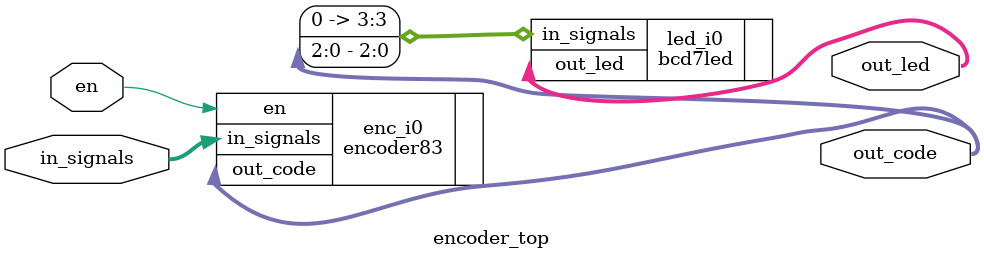
<source format=v>
module encoder_top(
    input wire [0:0] en,
    input wire [7:0] in_signals,
    output reg [3:0] out_code,
    output reg [6:0] out_led
);
    encoder83 enc_i0(
        .in_signals(in_signals),
        .en(en),
        .out_code(out_code)
    );

    bcd7led led_i0(
        .in_signals({ 1'b0, out_code[2:0]}),
        .out_led(out_led)
    );

endmodule
</source>
